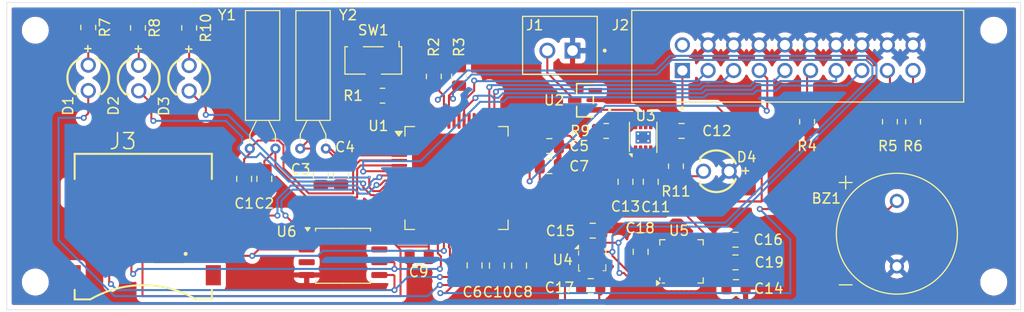
<source format=kicad_pcb>
(kicad_pcb (version 20240108) (generator "pcbnew") (generator_version "8.0")
  (layers (0 "F.Cu" signal) (31 "B.Cu" signal) (34 "B.Paste" user) (35 "F.Paste" user) (36 "B.SilkS" user "B.Silkscreen") (37 "F.SilkS" user "F.Silkscreen") (38 "B.Mask" user) (39 "F.Mask" user) (44 "Edge.Cuts" user))
  (net 0 "")
  (net 1 "Net-(U1-PH0)")
  (net 2 "GND")
  (net 3 "Net-(U1-PH1)")
  (net 4 "Net-(U1-PC14)")
  (net 5 "Net-(U1-PC15)")
  (net 6 "+3V3")
  (net 7 "Net-(U1-VCAP1)")
  (net 8 "VBUS")
  (net 9 "Net-(U3-CC)")
  (net 10 "Net-(U5-CPOUT)")
  (net 11 "Net-(U5-REGOUT)")
  (net 12 "JTDO_SWO")
  (net 13 "JTDI")
  (net 14 "Net-(J2-Pad19)")
  (net 15 "NRST")
  (net 16 "JTCK_SWCLK")
  (net 17 "Net-(J2-Pad17)")
  (net 18 "JTMS_SWDIO")
  (net 19 "Net-(J2-Pad11)")
  (net 20 "JTRST")
  (net 25 "SP1_SCK")
  (net 26 "SP1_MISO")
  (net 29 "CS_SD")
  (net 30 "SP1_MOSI")
  (net 31 "Net-(SW1-B)")
  (net 32 "Net-(U1-BOOT0)")
  (net 33 "+3.3V")
  (net 34 "PB7")
  (net 35 "PB6")
  (net 36 "Net-(U3-~{FAULT})")
  (net 38 "CS_FLASH")
  (net 41 "LED3")
  (net 47 "LED2")
  (net 58 "LED1")
  (net 97 "Net-(D4-A)")
  (net 98 "BUZZ")
  (net 101 "Net-(D1-K)")
  (net 102 "Net-(D2-K)")
  (net 103 "Net-(D3-K)")
  (footprint "Capacitor_SMD:C_0805_2012Metric" (layer "F.Cu") (at 147.25 140.37 90)
    (property "Reference" "C10")
    (property "Value" "10nF" (hide yes))
  )
  (footprint "Resistor_SMD:R_0805_2012Metric" (layer "F.Cu") (at 141 121.5875 90)
    (property "Reference" "R2")
    (property "Value" "10K" (hide yes))
  )
  (footprint "Capacitor_SMD:C_0805_2012Metric" (layer "F.Cu") (at 170.9 140.05)
    (property "Reference" "C19")
    (property "Value" "0.1uF" (hide yes))
  )
  (footprint "Capacitor_SMD:C_0805_2012Metric" (layer "F.Cu") (at 131.8 131.35 90)
    (property "Reference" "C4")
    (property "Value" "1.5pF" (hide yes))
  )
  (footprint "151031VS06000:WL-TMRC_3MM" (layer "F.Cu") (at 169 131 180)
    (property "Reference" "D4")
    (property "Value" "LED" (hide yes))
  )
  (footprint "Resistor_SMD:R_0805_2012Metric_Pad1.20x1.40mm_HandSolder" (layer "F.Cu") (at 111.675 116.77 -90)
    (property "Reference" "R8")
    (property "Value" "100Ω" (hide yes))
  )
  (footprint "Capacitor_SMD:C_0805_2012Metric" (layer "F.Cu") (at 160 132.05 -90)
    (property "Reference" "C13")
    (property "Value" "2.2uF" (hide yes))
  )
  (footprint "MountingHole:MountingHole_2.2mm_M2" (layer "F.Cu") (at 196.5 117)
    (property "Reference" "REF**" (hide yes))
    (property "Value" "MountingHole_2.2mm_M2" (hide yes))
  )
  (footprint "Sensor_Motion:InvenSense_QFN-24_4x4mm_P0.5mm" (layer "F.Cu") (at 165.55 139.95 90)
    (property "Reference" "U5")
    (property "Value" "MPU-6050" (hide yes))
  )
  (footprint "Resistor_SMD:R_0805_2012Metric_Pad1.20x1.40mm_HandSolder" (layer "F.Cu") (at 106.75 116.73 -90)
    (property "Reference" "R7")
    (property "Value" "100Ω" (hide yes))
  )
  (footprint "Resistor_SMD:R_0805_2012Metric_Pad1.20x1.40mm_HandSolder" (layer "F.Cu") (at 165 130.5 -90)
    (property "Reference" "R11")
    (property "Value" "100Ω" (hide yes))
  )
  (footprint "Crystal:Crystal_AT310_D3.0mm_L10.0mm_Horizontal" (layer "F.Cu") (at 130.3 128.75 180)
    (property "Reference" "Y2")
    (property "Value" "32 Khz" (hide yes))
  )
  (footprint "Resistor_SMD:R_0805_2012Metric" (layer "F.Cu") (at 143.5 121.5875 90)
    (property "Reference" "R3")
    (property "Value" "10k" (hide yes))
  )
  (footprint "Capacitor_SMD:C_0805_2012Metric" (layer "F.Cu") (at 124.2 131.75 90)
    (property "Reference" "C2")
    (property "Value" "20pF" (hide yes))
  )
  (footprint "Capacitor_SMD:C_0805_2012Metric" (layer "F.Cu") (at 122.2 131.75 90)
    (property "Reference" "C1")
    (property "Value" "20pF" (hide yes))
  )
  (footprint "AT_1224_TWT_5V_2_R:XDCR_AT-1224-TWT-5V-2-R" (layer "F.Cu") (at 186.9 137.2)
    (property "Reference" "BZ1")
    (property "Value" "Buzzer")
  )
  (footprint "Capacitor_SMD:C_0805_2012Metric" (layer "F.Cu") (at 170.9 137.8)
    (property "Reference" "C16")
    (property "Value" "0.1uF" (hide yes))
  )
  (footprint "MEM2067_02_180_00_A:GCT_MEM2067-02-180-00-A_REVB" (layer "F.Cu") (at 112.2 136.5)
    (property "Reference" "J3")
    (property "Value" "MEM2067-02-180-00-A_REVB" (hide yes))
  )
  (footprint "Crystal:Crystal_AT310_D3.0mm_L10.0mm_Horizontal" (layer "F.Cu") (at 125.3 128.75 180)
    (property "Reference" "Y1")
    (property "Value" "25 Mhz" (hide yes))
  )
  (footprint "Package_LGA:Bosch_LGA-8_2x2.5mm_P0.65mm_ClockwisePinNumbering" (layer "F.Cu") (at 156.7 139.8)
    (property "Reference" "U4")
    (property "Value" "BMP280" (hide yes))
  )
  (footprint "Capacitor_SMD:C_0805_2012Metric" (layer "F.Cu") (at 152.45 130.5 180)
    (property "Reference" "C7")
    (property "Value" "100 nF" (hide yes))
  )
  (footprint "Button_Switch_SMD:Nidec_Copal_CAS-120A" (layer "F.Cu") (at 135 120 -90)
    (property "Reference" "SW1")
    (property "Value" "SW_Nidec_CAS-120A1" (hide yes))
  )
  (footprint "Package_SON:WSON-8-1EP_3x2.5mm_P0.5mm_EP1.2x1.5mm_PullBack_ThermalVias" (layer "F.Cu") (at 161.75 127.6375 90)
    (property "Reference" "U3")
    (property "Value" "LP3982ILD-3.3" (hide yes))
  )
  (footprint "SBH11_PBPC_D10_ST_BK:SULLINS_SBH11-PBPC-D10-ST-BK" (layer "F.Cu") (at 177.07 119.73)
    (property "Reference" "J2")
    (property "Value" "SBH11-PBPC-D10-ST-BK" (hide yes))
  )
  (footprint "151031VS06000:WL-TMRC_3MM" (layer "F.Cu") (at 106.75 121.73 -90)
    (property "Reference" "D1")
    (property "Value" "LED" (hide yes))
  )
  (footprint "Capacitor_SMD:C_0805_2012Metric" (layer "F.Cu") (at 156.55 142.4)
    (property "Reference" "C17")
    (property "Value" "100nf" (hide yes))
  )
  (footprint "Package_QFP:LQFP-64_10x10mm_P0.5mm" (layer "F.Cu") (at 143.25 131.675)
    (property "Reference" "U1")
    (property "Value" "STM32F401RETx")
  )
  (footprint "Capacitor_SMD:C_0805_2012Metric" (layer "F.Cu") (at 149.45 140.37 90)
    (property "Reference" "C8")
    (property "Value" "100 nF" (hide yes))
  )
  (footprint "Capacitor_SMD:C_0805_2012Metric" (layer "F.Cu") (at 139.55 139.5)
    (property "Reference" "C9")
    (property "Value" "100 nF" (hide yes))
  )
  (footprint "Capacitor_SMD:C_0805_2012Metric" (layer "F.Cu") (at 156.75 136.9 180)
    (property "Reference" "C15")
    (property "Value" "100nf" (hide yes))
  )
  (footprint "Resistor_SMD:R_0805_2012Metric" (layer "F.Cu") (at 135.9125 123.5)
    (property "Reference" "R1")
    (property "Value" "10k" (hide yes))
  )
  (footprint "Capacitor_SMD:C_0805_2012Metric" (layer "F.Cu") (at 145.04 140.35 90)
    (property "Reference" "C6")
    (property "Value" "2.2uF" (hide yes))
  )
  (footprint "151031VS06000:WL-TMRC_3MM" (layer "F.Cu") (at 111.75 121.75 -90)
    (property "Reference" "D2")
    (property "Value" "LED" (hide yes))
  )
  (footprint "Resistor_SMD:R_0805_2012Metric" (layer "F.Cu") (at 188.5 126.0875 90)
    (property "Reference" "R6")
    (property "Value" "10K" (hide yes))
  )
  (footprint "Capacitor_SMD:C_0805_2012Metric" (layer "F.Cu") (at 152.45 128.5 180)
    (property "Reference" "C5")
    (property "Value" "100 nF" (hide yes))
  )
  (footprint "MountingHole:MountingHole_2.2mm_M2" (layer "F.Cu") (at 101.5 142)
    (property "Reference" "REF**" (hide yes))
    (property "Value" "MountingHole_2.2mm_M2" (hide yes))
  )
  (footprint "B2B_XH_A:JST_B2B-XH-A" (layer "F.Cu") (at 153.5 118.5)
    (property "Reference" "J1")
    (property "Value" "B2B-XH-A" (hide yes))
  )
  (footprint "Capacitor_SMD:C_0805_2012Metric" (layer "F.Cu") (at 165.55 127)
    (property "Reference" "C12")
    (property "Value" "33nF" (hide yes))
  )
  (footprint "MountingHole:MountingHole_2.2mm_M2" (layer "F.Cu") (at 101.5 117)
    (property "Reference" "REF**" (hide yes))
    (property "Value" "MountingHole_2.2mm_M2" (hide yes))
  )
  (footprint "Package_SO:SOIC-8_5.23x5.23mm_P1.27mm" (layer "F.Cu") (at 132 139.395)
    (property "Reference" "U6")
    (property "Value" "W25Q16JVSS" (hide yes))
  )
  (footprint "Resistor_SMD:R_0805_2012Metric" (layer "F.Cu") (at 186.21 126.0875 90)
    (property "Reference" "R5")
    (property "Value" "10K" (hide yes))
  )
  (footprint "151031VS06000:WL-TMRC_3MM" (layer "F.Cu") (at 116.75 121.77 -90)
    (property "Reference" "D3")
    (property "Value" "LED" (hide yes))
  )
  (footprint "Capacitor_SMD:C_0805_2012Metric" (layer "F.Cu") (at 129.8 131.4 90)
    (property "Reference" "C3")
    (property "Value" "1.5pF" (hide yes))
  )
  (footprint "Capacitor_SMD:C_0805_2012Metric" (layer "F.Cu") (at 170.95 142.5 180)
    (property "Reference" "C14")
    (property "Value" "10nF" (hide yes))
  )
  (footprint "Resistor_SMD:R_0805_2012Metric" (layer "F.Cu") (at 158.0875 127 180)
    (property "Reference" "R9")
    (property "Value" "100k" (hide yes))
  )
  (footprint "Resistor_SMD:R_0805_2012Metric" (layer "F.Cu") (at 178 126.0875 90)
    (property "Reference" "R4")
    (property "Value" "10K" (hide yes))
  )
  (footprint "footprints:SOT-23-3_1P4X3P040_ONS" (layer "F.Cu") (at 155.984 123.9525 90)
    (property "Reference" "U2")
    (property "Value" "BAT54LT1G")
  )
  (footprint "Capacitor_SMD:C_0805_2012Metric" (layer "F.Cu") (at 162.5 132.05 -90)
    (property "Reference" "C11")
    (property "Value" "2.2uF" (hide yes))
  )
  (footprint "MountingHole:MountingHole_2.2mm_M2" (layer "F.Cu") (at 196.5 142)
    (property "Reference" "REF**" (hide yes))
    (property "Value" "MountingHole_2.2mm_M2" (hide yes))
  )
  (footprint "Resistor_SMD:R_0805_2012Metric_Pad1.20x1.40mm_HandSolder" (layer "F.Cu") (at 116.75 116.77 -90)
    (property "Reference" "R10")
    (property "Value" "100Ω" (hide yes))
  )
  (footprint "Capacitor_SMD:C_0805_2012Metric" (layer "F.Cu") (at 161.5 139 -90)
    (property "Reference" "C18")
    (property "Value" "2.2nF" (hide yes))
  )
  (gr_rect (start 98.675 114.25) (end 199.175 144.75) (stroke (width 0.05)) (fill none) (layer "Edge.Cuts"))
  (segment (start 122.76 128.75) (end 123.56 127.95) (width 0.2) (layer "F.Cu") (net 1))
  (segment (start 133.685785 129.925) (end 137.575 129.925) (width 0.2) (layer "F.Cu") (net 1))
  (segment (start 128.6 133.2) (end 133 133.2) (width 0.2) (layer "F.Cu") (net 1))
  (segment (start 122.2 129.8) (end 122.76 129.24) (width 0.2) (layer "F.Cu") (net 1))
  (segment (start 133 130.610786) (end 133.2 130.410785) (width 0.2) (layer "F.Cu") (net 1))
  (segment (start 126.1 130.7) (end 128.6 133.2) (width 0.2) (layer "F.Cu") (net 1))
  (segment (start 126.1 128.418629) (end 126.1 130.7) (width 0.2) (layer "F.Cu") (net 1))
  (segment (start 122.76 129.24) (end 122.76 128.75) (width 0.2) (layer "F.Cu") (net 1))
  (segment (start 133 133.2) (end 133 130.610786) (width 0.2) (layer "F.Cu") (net 1))
  (segment (start 123.56 127.95) (end 125.631371 127.95) (width 0.2) (layer "F.Cu") (net 1))
  (segment (start 125.631371 127.95) (end 126.1 128.418629) (width 0.2) (layer "F.Cu") (net 1))
  (segment (start 122.2 130.8) (end 122.2 129.8) (width 0.2) (layer "F.Cu") (net 1))
  (segment (start 133.2 130.410785) (end 133.685785 129.925) (width 0.2) (layer "F.Cu") (net 1))
  (segment (start 125.3 128.9) (end 125.3 128.75) (width 0.2) (layer "F.Cu") (net 3))
  (segment (start 133.751471 130.425) (end 137.575 130.425) (width 0.2) (layer "F.Cu") (net 3))
  (segment (start 133.4 130.776471) (end 133.751471 130.425) (width 0.2) (layer "F.Cu") (net 3))
  (segment (start 124.2 130) (end 125.3 128.9) (width 0.2) (layer "F.Cu") (net 3))
  (segment (start 125.3 128.75) (end 125.3 130.465686) (width 0.2) (layer "F.Cu") (net 3))
  (segment (start 124.2 130.8) (end 124.2 130) (width 0.2) (layer "F.Cu") (net 3))
  (segment (start 125.3 130.465686) (end 128.434314 133.6) (width 0.2) (layer "F.Cu") (net 3))
  (segment (start 128.434314 133.6) (end 133.4 133.6) (width 0.2) (layer "F.Cu") (net 3))
  (segment (start 133.4 133.6) (end 133.4 130.776471) (width 0.2) (layer "F.Cu") (net 3))
  (segment (start 127.76 128.75) (end 129.01 127.5) (width 0.2) (layer "F.Cu") (net 4))
  (segment (start 135.34259 127.5) (end 136.76759 128.925) (width 0.2) (layer "F.Cu") (net 4))
  (segment (start 129.8 129.8) (end 128.75 128.75) (width 0.2) (layer "F.Cu") (net 4))
  (segment (start 128.75 128.75) (end 127.76 128.75) (width 0.2) (layer "F.Cu") (net 4))
  (segment (start 129.01 127.5) (end 135.34259 127.5) (width 0.2) (layer "F.Cu") (net 4))
  (segment (start 136.76759 128.925) (end 137.575 128.925) (width 0.2) (layer "F.Cu") (net 4))
  (segment (start 129.8 130.45) (end 129.8 129.8) (width 0.2) (layer "F.Cu") (net 4))
  (segment (start 130.975 129.425) (end 137.575 129.425) (width 0.2) (layer "F.Cu") (net 5))
  (segment (start 131.8 129.825) (end 130.725 128.75) (width 0.2) (layer "F.Cu") (net 5))
  (segment (start 130.3 128.75) (end 130.975 129.425) (width 0.2) (layer "F.Cu") (net 5))
  (segment (start 131.8 130.4) (end 131.8 129.825) (width 0.2) (layer "F.Cu") (net 5))
  (segment (start 130.725 128.75) (end 130.3 128.75) (width 0.2) (layer "F.Cu") (net 5))
  (segment (start 165.64 124.5) (end 169 124.5) (width 0.2) (layer "F.Cu") (net 6))
  (segment (start 151.5 130.5) (end 151.5 128.5) (width 0.2) (layer "F.Cu") (net 6))
  (segment (start 150 137.5) (end 150 138.87) (width 0.2) (layer "F.Cu") (net 6))
  (segment (start 152.525 127.475) (end 151.5 128.5) (width 0.2) (layer "F.Cu") (net 6))
  (segment (start 147 139.17) (end 147 137.35) (width 0.2) (layer "F.Cu") (net 6))
  (segment (start 157.4 143.7) (end 157.4 143.2) (width 0.2) (layer "F.Cu") (net 6))
  (segment (start 161 128.775) (end 161 130.1) (width 0.2) (layer "F.Cu") (net 6))
  (segment (start 136.399999 137.495) (end 135.6 137.495) (width 0.2) (layer "F.Cu") (net 6))
  (segment (start 137.7 138.795001) (end 137.7 143.4) (width 0.2) (layer "F.Cu") (net 6))
  (segment (start 147.25 139.42) (end 147 139.17) (width 0.2) (layer "F.Cu") (net 6))
  (segment (start 158 134.4) (end 158 128.775) (width 0.2) (layer "F.Cu") (net 6))
  (segment (start 158 135.5) (end 158 134.4) (width 0.2) (layer "F.Cu") (net 6))
  (segment (start 158 134.4) (end 158 134.7) (width 0.2) (layer "F.Cu") (net 6))
  (segment (start 112.125 143.4) (end 112.125 139.125) (width 0.2) (layer "F.Cu") (net 6))
  (segment (start 164.4 135.1) (end 165.75 135.1) (width 0.2) (layer "F.Cu") (net 6))
  (segment (start 162.5 128.775) (end 163.225 129.5) (width 0.2) (layer "F.Cu") (net 6))
  (segment (start 154.475 127.475) (end 152.525 127.475) (width 0.2) (layer "F.Cu") (net 6))
  (segment (start 140.475 138.475) (end 137.379999 138.475) (width 0.2) (layer "F.Cu") (net 6))
  (segment (start 173.5 129) (end 173.5 134) (width 0.2) (layer "F.Cu") (net 6))
  (segment (start 151.5 128.5) (end 151.25 128.25) (width 0.2) (layer "F.Cu") (net 6))
  (segment (start 161 128.775) (end 158.95 128.775) (width 0.2) (layer "F.Cu") (net 6))
  (segment (start 165.5 134) (end 164.4 135.1) (width 0.2) (layer "F.Cu") (net 6))
  (segment (start 151.5 136) (end 150 137.5) (width 0.2) (layer "F.Cu") (net 6))
  (segment (start 161 130.1) (end 160 131.1) (width 0.2) (layer "F.Cu") (net 6))
  (segment (start 157.3 143.8) (end 157.4 143.7) (width 0.2) (layer "F.Cu") (net 6))
  (segment (start 169 124.5) (end 173.5 129) (width 0.2) (layer "F.Cu") (net 6))
  (segment (start 155.775 128.775) (end 154.475 127.475) (width 0.2) (layer "F.Cu") (net 6))
  (segment (start 155.8 136.9) (end 156.375 137.475) (width 0.2) (layer "F.Cu") (net 6))
  (segment (start 164 135.5) (end 158 135.5) (width 0.2) (layer "F.Cu") (net 6))
  (segment (start 150.925 127.925) (end 150.5 127.925) (width 0.2) (layer "F.Cu") (net 6))
  (segment (start 151.5 130.5) (end 151.5 136) (width 0.2) (layer "F.Cu") (net 6))
  (segment (start 147 137.59) (end 147 137.35) (width 0.2) (layer "F.Cu") (net 6))
  (segment (start 140.5 138.5) (end 140.5 137.35) (width 0.2) (layer "F.Cu") (net 6))
  (segment (start 149.45 139.42) (end 147.38 137.35) (width 0.2) (layer "F.Cu") (net 6))
  (segment (start 149.45 139.42) (end 147.25 139.42) (width 0.2) (layer "F.Cu") (net 6))
  (segment (start 157.7 135) (end 157.5 135.2) (width 0.2) (layer "F.Cu") (net 6))
  (segment (start 158 128.775) (end 155.775 128.775) (width 0.2) (layer "F.Cu") (net 6))
  (segment (start 154 135.4) (end 154 143.8) (width 0.2) (layer "F.Cu") (net 6))
  (segment (start 173.5 134) (end 165.5 134) (width 0.22) (layer "F.Cu") (net 6))
  (segment (start 154.2 135.2) (end 154 135.4) (width 0.2) (layer "F.Cu") (net 6))
  (segment (start 147.38 137.35) (end 147 137.35) (width 0.2) (layer "F.Cu") (net 6))
  (segment (start 170 142.5) (end 168.2 140.7) (width 0.2) (layer "F.Cu") (net 6))
  (segment (start 156.375 137.475) (end 156.375 139) (width 0.2) (layer "F.Cu") (net 6))
  (segment (start 165.75 135.1) (end 168.45 137.8) (width 0.2) (layer "F.Cu") (net 6))
  (segment (start 157.5 135.2) (end 154.2 135.2) (width 0.2) (layer "F.Cu") (net 6))
  (segment (start 137.379999 138.475) (end 136.399999 137.495) (width 0.2) (layer "F.Cu") (net 6))
  (segment (start 157.5 143.1) (end 157.5 142.4) (width 0.5) (layer "F.Cu") (net 6))
  (segment (start 158.95 128.775) (end 158 128.775) (width 0.2) (layer "F.Cu") (net 6))
  (segment (start 163.225 129.5) (end 165 129.5) (width 0.2) (layer "F.Cu") (net 6))
  (segment (start 140.5 139.5) (end 140.5 138.5) (width 0.2) (layer "F.Cu") (net 6))
  (segment (start 150 138.87) (end 149.45 139.42) (width 0.2) (layer "F.Cu") (net 6))
  (segment (start 168.2 140.7) (end 167.5 140.7) (width 0.2) (layer "F.Cu") (net 6))
  (segment (start 151.5 128.5) (end 150.925 127.925) (width 0.2) (layer "F.Cu") (net 6))
  (segment (start 158.95 128.775) (end 157.175 127) (width 0.2) (layer "F.Cu") (net 6))
  (segment (start 137.7 143.4) (end 112.125 143.4) (width 0.2) (layer "F.Cu") (net 6))
  (segment (start 154 143.8) (end 157.3 143.8) (width 0.2) (layer "F.Cu") (net 6))
  (segment (start 167 137.8) (end 169.95 137.8) (width 0.2) (layer "F.Cu") (net 6))
  (segment (start 150.5 127.925) (end 148.925 127.925) (width 0.2) (layer "F.Cu") (net 6))
  (segment (start 157.4 143.2) (end 157.5 143.1) (width 0.2) (layer "F.Cu") (net 6))
  (segment (start 158 134.7) (end 157.7 135) (width 0.2) (layer "F.Cu") (net 6))
  (segment (start 140.5 138.5) (end 140.475 138.475) (width 0.2) (layer "F.Cu") (net 6))
  (segment (start 165.64 121) (end 165.64 124.5) (width 0.2) (layer "F.Cu") (net 6))
  (segment (start 137.379999 138.475) (end 137.7 138.795001) (width 0.2) (layer "F.Cu") (net 6))
  (segment (start 157.7 135) (end 155.8 136.9) (width 0.2) (layer "F.Cu") (net 6))
  (segment (start 164.4 135.1) (end 164 135.5) (width 0.2) (layer "F.Cu") (net 6))
  (segment (start 166.8 138) (end 167 137.8) (width 0.2) (layer "F.Cu") (net 6))
  (segment (start 145.03 139.41) (end 146 138.44) (width 0.2) (layer "F.Cu") (net 7))
  (segment (start 146 138.44) (end 146 137.35) (width 0.2) (layer "F.Cu") (net 7))
  (segment (start 160.755 124.905) (end 161.5 125.65) (width 0.2) (layer "F.Cu") (net 8))
  (segment (start 152.25 121.2345) (end 154.968 123.9525) (width 0.2) (layer "F.Cu") (net 8))
  (segment (start 161.5 130.1) (end 162.5 131.1) (width 0.2) (layer "F.Cu") (net 8))
  (segment (start 157 124.905) (end 160.755 124.905) (width 0.2) (layer "F.Cu") (net 8))
  (segment (start 152.25 119.025) (end 152.25 121.2345) (width 0.2) (layer "F.Cu") (net 8))
  (segment (start 161.5 128.775) (end 161.5 130.1) (width 0.2) (layer "F.Cu") (net 8))
  (segment (start 161.5 125.65) (end 161.5 126.5) (width 0.2) (layer "F.Cu") (net 8))
  (segment (start 163.03 125.43) (end 164.6 127) (width 0.2) (layer "F.Cu") (net 9))
  (segment (start 162 126) (end 162.57 125.43) (width 0.2) (layer "F.Cu") (net 9))
  (segment (start 162 126.5) (end 162 126) (width 0.2) (layer "F.Cu") (net 9))
  (segment (start 162.57 125.43) (end 163.03 125.43) (width 0.2) (layer "F.Cu") (net 9))
  (segment (start 161.5 139.95) (end 162.25 139.2) (width 0.2) (layer "F.Cu") (net 10))
  (segment (start 162.25 139.2) (end 163.6 139.2) (width 0.2) (layer "F.Cu") (net 10))
  (segment (start 169.6 139.7) (end 167.5 139.7) (width 0.2) (layer "F.Cu") (net 11))
  (segment (start 169.95 140.05) (end 169.6 139.7) (width 0.2) (layer "F.Cu") (net 11))
  (segment (start 145.124265 123.724265) (end 144 124.84853) (width 0.2) (layer "F.Cu") (net 12))
  (segment (start 144 124.84853) (end 144 126) (width 0.2) (layer "F.Cu") (net 12))
  (via (at 145.124265 123.724265) (size 0.6) (drill 0.3) (layers "F.Cu" "B.Cu") (net 12))
  (segment (start 180.88 121) (end 180.88 122.054) (width 0.2) (layer "B.Cu") (net 12))
  (segment (start 180.88 122.054) (end 175.311686 122.054) (width 0.2) (layer "B.Cu") (net 12))
  (segment (start 174.911686 122.454) (end 172.989104 122.454) (width 0.2) (layer "B.Cu") (net 12))
  (segment (start 167.954215 122.922843) (end 167.623058 123.254) (width 0.2) (layer "B.Cu") (net 12))
  (segment (start 146.909322 123.709233) (end 146.700089 123.5) (width 0.2) (layer "B.Cu") (net 12))
  (segment (start 145.34853 123.5) (end 145.124265 123.724265) (width 0.2) (layer "B.Cu") (net 12))
  (segment (start 172.520261 122.922843) (end 167.954215 122.922843) (width 0.2) (layer "B.Cu") (net 12))
  (segment (start 146.700089 123.5) (end 145.34853 123.5) (width 0.2) (layer "B.Cu") (net 12))
  (segment (start 167.623058 123.254) (end 147.861613 123.254) (width 0.2) (layer "B.Cu") (net 12))
  (segment (start 172.989104 122.454) (end 172.520261 122.922843) (width 0.2) (layer "B.Cu") (net 12))
  (segment (start 175.311686 122.054) (end 174.911686 122.454) (width 0.2) (layer "B.Cu") (net 12))
  (segment (start 147.40638 123.709233) (end 146.909322 123.709233) (width 0.2) (layer "B.Cu") (net 12))
  (segment (start 147.861613 123.254) (end 147.40638 123.709233) (width 0.2) (layer "B.Cu") (net 12))
  (segment (start 146.5 122.654) (end 146.5 126) (width 0.2) (layer "F.Cu") (net 13))
  (via (at 146.5 122.654) (size 0.6) (drill 0.3) (layers "F.Cu" "B.Cu") (net 13))
  (segment (start 146.7 122.454) (end 146.5 122.654) (width 0.2) (layer "B.Cu") (net 13))
  (segment (start 169.597157 122.122843) (end 167.622843 122.122843) (width 0.2) (layer "B.Cu") (net 13))
  (segment (start 167.622843 122.122843) (end 167.291686 122.454) (width 0.2) (layer "B.Cu") (net 13))
  (segment (start 167.291686 122.454) (end 146.7 122.454) (width 0.2) (layer "B.Cu") (net 13))
  (segment (start 170.72 121) (end 169.597157 122.122843) (width 0.2) (layer "B.Cu") (net 13))
  (segment (start 188.5 125.175) (end 188.5 121) (width 0.2) (layer "F.Cu") (net 14))
  (segment (start 134 131.025) (end 134.025 131) (width 0.2) (layer "F.Cu") (net 15))
  (segment (start 136.69259 131) (end 136.76759 130.925) (width 0.2) (layer "F.Cu") (net 15))
  (segment (start 136.76759 130.925) (end 137.575 130.925) (width 0.2) (layer "F.Cu") (net 15))
  (segment (start 134.025 131) (end 136.69259 131) (width 0.2) (layer "F.Cu") (net 15))
  (via (at 134 131.025) (size 0.6) (drill 0.3) (layers "F.Cu" "B.Cu") (net 15))
  (segment (start 145.609232 124.109233) (end 145.598529 124.09853) (width 0.2) (layer "B.Cu") (net 15))
  (segment (start 175.431372 122.5) (end 174.926977 123.004395) (width 0.2) (layer "B.Cu") (net 15))
  (segment (start 134 130) (end 134 131.025) (width 0.2) (layer "B.Cu") (net 15))
  (segment (start 145.598529 124.09853) (end 139.697059 130) (width 0.2) (layer "B.Cu") (net 15))
  (segment (start 139.697059 130) (end 134 130) (width 0.2) (layer "B.Cu") (net 15))
  (segment (start 175.5 122.5) (end 175.431372 122.5) (width 0.2) (layer "B.Cu") (net 15))
  (segment (start 147.890767 124.109233) (end 145.609232 124.109233) (width 0.2) (layer "B.Cu") (net 15))
  (segment (start 174.926977 123.004395) (end 173.004395 123.004395) (width 0.2) (layer "B.Cu") (net 15))
  (segment (start 183.42 121) (end 181.92 122.5) (width 0.2) (layer "B.Cu") (net 15))
  (segment (start 173.004395 123.004395) (end 172.685947 123.322843) (width 0.2) (layer "B.Cu") (net 15))
  (segment (start 172.685947 123.322843) (end 168.177157 123.322843) (width 0.2) (layer "B.Cu") (net 15))
  (segment (start 148.346 123.654) (end 147.890767 124.109233) (width 0.2) (layer "B.Cu") (net 15))
  (segment (start 167.788744 123.654) (end 148.5 123.654) (width 0.2) (layer "B.Cu") (net 15))
  (segment (start 168.177157 123.322843) (end 168 123.5) (width 0.2) (layer "B.Cu") (net 15))
  (segment (start 148.5 123.654) (end 148.346 123.654) (width 0.2) (layer "B.Cu") (net 15))
  (segment (start 168 123.5) (end 167.942744 123.5) (width 0.2) (layer "B.Cu") (net 15))
  (segment (start 167.942744 123.5) (end 167.788744 123.654) (width 0.2) (layer "B.Cu") (net 15))
  (segment (start 181.92 122.5) (end 175.5 122.5) (width 0.2) (layer "B.Cu") (net 15))
  (segment (start 147 123.267084) (end 147 126) (width 0.2) (layer "F.Cu") (net 16))
  (segment (start 147.157851 123.109233) (end 147 123.267084) (width 0.2) (layer "F.Cu") (net 16))
  (via (at 147.157851 123.109233) (size 0.6) (drill 0.3) (layers "F.Cu" "B.Cu") (net 16))
  (segment (start 167.457372 122.854) (end 147.413084 122.854) (width 0.2) (layer "B.Cu") (net 16))
  (segment (start 167.788529 122.522843) (end 167.457372 122.854) (width 0.2) (layer "B.Cu") (net 16))
  (segment (start 172.823418 122.054) (end 172.354575 122.522843) (width 0.2) (layer "B.Cu") (net 16))
  (segment (start 174.746 122.054) (end 172.823418 122.054) (width 0.2) (layer "B.Cu") (net 16))
  (segment (start 175.8 121) (end 174.746 122.054) (width 0.2) (layer "B.Cu") (net 16))
  (segment (start 147.413084 122.854) (end 147.157851 123.109233) (width 0.2) (layer "B.Cu") (net 16))
  (segment (start 172.354575 122.522843) (end 167.788529 122.522843) (width 0.2) (layer "B.Cu") (net 16))
  (segment (start 186.21 125.175) (end 186.21 121.25) (width 0.2) (layer "F.Cu") (net 17))
  (segment (start 186.21 121.25) (end 185.96 121) (width 0.2) (layer "F.Cu") (net 17))
  (segment (start 174.05 121.79) (end 174.05 124.95) (width 0.2) (layer "F.Cu") (net 18))
  (segment (start 150.5 129.69259) (end 149.73241 128.925) (width 0.2) (layer "F.Cu") (net 18))
  (segment (start 173.26 121) (end 174.05 121.79) (width 0.2) (layer "F.Cu") (net 18))
  (segment (start 150.5 132) (end 150.5 129.69259) (width 0.2) (layer "F.Cu") (net 18))
  (segment (start 174.05 124.95) (end 174 125) (width 0.2) (layer "F.Cu") (net 18))
  (segment (start 149.73241 128.925) (end 148.925 128.925) (width 0.2) (layer "F.Cu") (net 18))
  (via (at 174 125) (size 0.6) (drill 0.3) (layers "F.Cu" "B.Cu") (net 18))
  (via (at 150.5 132) (size 0.6) (drill 0.3) (layers "F.Cu" "B.Cu") (net 18))
  (segment (start 158 124.5) (end 150.5 132) (width 0.2) (layer "B.Cu") (net 18))
  (segment (start 173.5 124.5) (end 158 124.5) (width 0.2) (layer "B.Cu") (net 18))
  (segment (start 174 125) (end 173.5 124.5) (width 0.2) (layer "B.Cu") (net 18))
  (segment (start 178 125.175) (end 178 121.34) (width 0.2) (layer "F.Cu") (net 19))
  (segment (start 178 121.34) (end 178.34 121) (width 0.2) (layer "F.Cu") (net 19))
  (segment (start 145 123) (end 143.5 124.5) (width 0.2) (layer "F.Cu") (net 20))
  (segment (start 145 122) (end 145 123) (width 0.2) (layer "F.Cu") (net 20))
  (segment (start 143.5 124.5) (end 143.5 126) (width 0.2) (layer "F.Cu") (net 20))
  (via (at 145 122) (size 0.6) (drill 0.3) (layers "F.Cu" "B.Cu") (net 20))
  (segment (start 168.18 121) (end 167.126 122.054) (width 0.2) (layer "B.Cu") (net 20))
  (segment (start 167.126 122.054) (end 145.054 122.054) (width 0.2) (layer "B.Cu") (net 20))
  (segment (start 145.054 122.054) (end 145 122) (width 0.2) (layer "B.Cu") (net 20))
  (segment (start 141.7 139.448529) (end 141.7 140.6) (width 0.2) (layer "F.Cu") (net 25))
  (segment (start 141.5 137.35) (end 141.5 138.15741) (width 0.2) (layer "F.Cu") (net 25))
  (segment (start 141.5 138.15741) (end 141.4 138.25741) (width 0.2) (layer "F.Cu") (net 25))
  (segment (start 141.7 140.6) (end 141.6 140.7) (width 0.2) (layer "F.Cu") (net 25))
  (segment (start 141.4 139.148529) (end 141.7 139.448529) (width 0.2) (layer "F.Cu") (net 25))
  (segment (start 137.1 140.7) (end 137.1 140.1) (width 0.2) (layer "F.Cu") (net 25))
  (segment (start 111.025 141.025) (end 111.025 139.125) (width 0.2) (layer "F.Cu") (net 25))
  (segment (start 141.4 138.25741) (end 141.4 139.148529) (width 0.2) (layer "F.Cu") (net 25))
  (segment (start 137.03 140.03) (end 135.6 140.03) (width 0.2) (layer "F.Cu") (net 25))
  (segment (start 111.2 141.2) (end 111.025 141.025) (width 0.2) (layer "F.Cu") (net 25))
  (segment (start 137.1 140.1) (end 137.03 140.03) (width 0.2) (layer "F.Cu") (net 25))
  (via (at 141.6 140.7) (size 0.6) (drill 0.3) (layers "F.Cu" "B.Cu") (net 25))
  (via blind (at 137.1 140.7) (size 0.6) (drill 0.3) (layers "F.Cu" "B.Cu") (net 25))
  (via (at 111.2 141.2) (size 0.6) (drill 0.3) (layers "F.Cu" "B.Cu") (net 25))
  (segment (start 141.6 140.7) (end 137.1 140.7) (width 0.2) (layer "B.Cu") (net 25))
  (segment (start 137.1 140.7) (end 111.7 140.7) (width 0.2) (layer "B.Cu") (net 25))
  (segment (start 111.7 140.7) (end 111.2 141.2) (width 0.2) (layer "B.Cu") (net 25))
  (segment (start 123.635 138.765) (end 128.4 138.765) (width 0.2) (layer "F.Cu") (net 26))
  (segment (start 113.225 139.925) (end 113.225 139.125) (width 0.2) (layer "F.Cu") (net 26))
  (segment (start 113.325 140.025) (end 113.225 139.925) (width 0.2) (layer "F.Cu") (net 26))
  (segment (start 116.125 140.025) (end 113.325 140.025) (width 0.2) (layer "F.Cu") (net 26))
  (segment (start 142 137.35) (end 142 138.9) (width 0.2) (layer "F.Cu") (net 26))
  (segment (start 123 139.4) (end 123.635 138.765) (width 0.2) (layer "F.Cu") (net 26))
  (segment (start 116.125 139.4) (end 116.125 140.025) (width 0.2) (layer "F.Cu") (net 26))
  (segment (start 123 139.4) (end 116.125 139.4) (width 0.2) (layer "F.Cu") (net 26))
  (via (at 123 139.4) (size 0.6) (drill 0.3) (layers "F.Cu" "B.Cu") (net 26))
  (via (at 142 138.9) (size 0.6) (drill 0.3) (layers "F.Cu" "B.Cu") (net 26))
  (segment (start 142 138.9) (end 130 138.9) (width 0.2) (layer "B.Cu") (net 26))
  (segment (start 129.5 139.4) (end 123 139.4) (width 0.2) (layer "B.Cu") (net 26))
  (segment (start 130 138.9) (end 129.5 139.4) (width 0.2) (layer "B.Cu") (net 26))
  (segment (start 117.25 135.4) (end 114.325 138.325) (width 0.2) (layer "F.Cu") (net 29))
  (segment (start 114.325 138.325) (end 114.325 139.125) (width 0.2) (layer "F.Cu") (net 29))
  (segment (start 136.74259 131.4) (end 136.76759 131.425) (width 0.2) (layer "F.Cu") (net 29))
  (segment (start 136.76759 131.425) (end 137.575 131.425) (width 0.2) (layer "F.Cu") (net 29))
  (segment (start 125.5 135.4) (end 117.25 135.4) (width 0.2) (layer "F.Cu") (net 29))
  (segment (start 137.575 131.425) (end 135.775 131.425) (width 0.2) (layer "F.Cu") (net 29))
  (segment (start 135.775 131.425) (end 135.6 131.6) (width 0.2) (layer "F.Cu") (net 29))
  (via (at 135.6 131.6) (size 0.6) (drill 0.3) (layers "F.Cu" "B.Cu") (net 29))
  (via (at 125.5 135.4) (size 0.6) (drill 0.3) (layers "F.Cu" "B.Cu") (net 29))
  (segment (start 125.5 135.4) (end 125.5 133.759315) (width 0.2) (layer "B.Cu") (net 29))
  (segment (start 134.719634 132.353895) (end 134.719634 132.122747) (width 0.2) (layer "B.Cu") (net 29))
  (segment (start 133.351471 132.425) (end 133.751471 132.825) (width 0.2) (layer "B.Cu") (net 29))
  (segment (start 134.719634 132.122747) (end 135.071105 131.771276) (width 0.2) (layer "B.Cu") (net 29))
  (segment (start 126.834315 132.425) (end 133.351471 132.425) (width 0.2) (layer "B.Cu") (net 29))
  (segment (start 135.071105 131.771276) (end 135.428724 131.771276) (width 0.2) (layer "B.Cu") (net 29))
  (segment (start 133.751471 132.825) (end 134.248529 132.825) (width 0.2) (layer "B.Cu") (net 29))
  (segment (start 134.248529 132.825) (end 134.719634 132.353895) (width 0.2) (layer "B.Cu") (net 29))
  (segment (start 125.5 133.759315) (end 126.834315 132.425) (width 0.2) (layer "B.Cu") (net 29))
  (segment (start 135.428724 131.771276) (end 135.6 131.6) (width 0.2) (layer "B.Cu") (net 29))
  (segment (start 137 141.3) (end 135.6 141.3) (width 0.2) (layer "F.Cu") (net 30))
  (segment (start 137.1 142.8) (end 137.1 141.4) (width 0.2) (layer "F.Cu") (net 30))
  (segment (start 109 142.2) (end 109.1 142.1) (width 0.2) (layer "F.Cu") (net 30))
  (segment (start 142.599997 141.500003) (end 141.6 141.500003) (width 0.2) (layer "F.Cu") (net 30))
  (segment (start 137.1 141.4) (end 137 141.3) (width 0.2) (layer "F.Cu") (net 30))
  (segment (start 142.6 138.651471) (end 142.6 141.5) (width 0.2) (layer "F.Cu") (net 30))
  (segment (start 142.5 138.551471) (end 142.6 138.651471) (width 0.2) (layer "F.Cu") (net 30))
  (segment (start 142.6 141.5) (end 142.599997 141.500003) (width 0.2) (layer "F.Cu") (net 30))
  (segment (start 142.5 137.35) (end 142.5 136.54259) (width 0.2) (layer "F.Cu") (net 30))
  (segment (start 109 142.2) (end 108.825 142.025) (width 0.2) (layer "F.Cu") (net 30))
  (segment (start 108.825 142.025) (end 108.825 139.125) (width 0.2) (layer "F.Cu") (net 30))
  (segment (start 142.5 136.54259) (end 142.5 138.551471) (width 0.2) (layer "F.Cu") (net 30))
  (via (at 109 142.2) (size 0.6) (drill 0.3) (layers "F.Cu" "B.Cu") (net 30))
  (via (at 137.1 142.8) (size 0.6) (drill 0.3) (layers "F.Cu" "B.Cu") (net 30))
  (via (at 141.6 141.500003) (size 0.6) (drill 0.3) (layers "F.Cu" "B.Cu") (net 30))
  (segment (start 141.648526 141.500003) (end 138.399997 141.500003) (width 0.2) (layer "B.Cu") (net 30))
  (segment (start 138.399997 141.500003) (end 137.1 142.8) (width 0.2) (layer "B.Cu") (net 30))
  (segment (start 137.1 142.8) (end 109.6 142.8) (width 0.2) (layer "B.Cu") (net 30))
  (segment (start 109.6 142.8) (end 109 142.2) (width 0.2) (layer "B.Cu") (net 30))
  (segment (start 141.6 141.500003) (end 141.648526 141.500003) (width 0.2) (layer "B.Cu") (net 30))
  (segment (start 135 121.15) (end 135 123.5) (width 0.2) (layer "F.Cu") (net 31))
  (segment (start 139.80741 123.5) (end 141.5 125.19259) (width 0.2) (layer "F.Cu") (net 32))
  (segment (start 136.825 123.5) (end 139.80741 123.5) (width 0.2) (layer "F.Cu") (net 32))
  (segment (start 141.5 125.19259) (end 141.5 126) (width 0.2) (layer "F.Cu") (net 32))
  (segment (start 136.75 118.85) (end 138.575 120.675) (width 0.2) (layer "F.Cu") (net 33))
  (segment (start 141 120.675) (end 143.5 120.675) (width 0.2) (layer "F.Cu") (net 33))
  (segment (start 138.575 120.675) (end 141 120.675) (width 0.2) (layer "F.Cu") (net 33))
  (segment (start 159.55 141.25) (end 159.4 141.1) (width 0.2) (layer "F.Cu") (net 34))
  (segment (start 159.834314 141.1) (end 160.084314 141.35) (width 0.2) (layer "F.Cu") (net 34))
  (segment (start 141.8 123.5) (end 141.4 123.9) (width 0.2) (layer "F.Cu") (net 34))
  (segment (start 159.3 138.1) (end 157.3 138.1) (width 0.2) (layer "F.Cu") (net 34))
  (segment (start 142 123.5) (end 142 126) (width 0.2) (layer "F.Cu") (net 34))
  (segment (start 159.4 141.1) (end 159.834314 141.1) (width 0.2) (layer "F.Cu") (net 34))
  (segment (start 163.45 141.35) (end 163.6 141.2) (width 0.2) (layer "F.Cu") (net 34))
  (segment (start 142 123.5) (end 141.8 123.5) (width 0.2) (layer "F.Cu") (net 34))
  (segment (start 157.3 138.1) (end 157.025 138.375) (width 0.2) (layer "F.Cu") (net 34))
  (segment (start 141 122.5) (end 142 123.5) (width 0.2) (layer "F.Cu") (net 34))
  (segment (start 160.084314 141.35) (end 163.45 141.35) (width 0.2) (layer "F.Cu") (net 34))
  (segment (start 157.025 138.375) (end 157.025 139) (width 0.2) (layer "F.Cu") (net 34))
  (via (at 159.3 138.1) (size 0.6) (drill 0.3) (layers "F.Cu" "B.Cu") (net 34))
  (via (at 141.4 123.9) (size 0.6) (drill 0.3) (layers "F.Cu" "B.Cu") (net 34))
  (via (at 159.4 141.1) (size 0.6) (drill 0.3) (layers "F.Cu" "B.Cu") (net 34))
  (segment (start 141.4 123.9) (end 144.3 121) (width 0.2) (layer "B.Cu") (net 34))
  (segment (start 160.165686 136.5) (end 160.132843 136.532843) (width 0.2) (layer "B.Cu") (net 34))
  (segment (start 184.022268 119.546) (end 184.874 120.397732) (width 0.2) (layer "B.Cu") (net 34))
  (segment (start 159.3 138.1) (end 159.3 141) (width 0.2) (layer "B.Cu") (net 34))
  (segment (start 169.734314 136.5) (end 160.165686 136.5) (width 0.2) (layer "B.Cu") (net 34))
  (segment (start 144.3 121) (end 162.966314 121) (width 0.2) (layer "B.Cu") (net 34))
  (segment (start 170.065686 136.5) (end 169.734314 136.5) (width 0.2) (layer "B.Cu") (net 34))
  (segment (start 164.420314 119.546) (end 184.022268 119.546) (width 0.2) (layer "B.Cu") (net 34))
  (segment (start 184.874 120.397732) (end 184.874 121.691686) (width 0.2) (layer "B.Cu") (net 34))
  (segment (start 159.3 141) (end 159.4 141.1) (width 0.2) (layer "B.Cu") (net 34))
  (segment (start 184.874 121.691686) (end 170.065686 136.5) (width 0.2) (layer "B.Cu") (net 34))
  (segment (start 160.132843 136.532843) (end 160.132843 137.267157) (width 0.2) (layer "B.Cu") (net 34))
  (segment (start 162.966314 121) (end 164.420314 119.546) (width 0.2) (layer "B.Cu") (net 34))
  (segment (start 160.132843 137.267157) (end 159.3 138.1) (width 0.2) (layer "B.Cu") (net 34))
  (segment (start 158.7 139.4) (end 160.25 140.95) (width 0.2) (layer "F.Cu") (net 35))
  (segment (start 143.5 122.5) (end 142.5 123.5) (width 0.2) (layer "F.Cu") (net 35))
  (segment (start 158.7 139) (end 158.7 139.3) (width 0.2) (layer "F.Cu") (net 35))
  (segment (start 160.25 140.95) (end 162.89259 140.95) (width 0.2) (layer "F.Cu") (net 35))
  (segment (start 142.5 123.5) (end 142.5 126) (width 0.2) (layer "F.Cu") (net 35))
  (segment (start 142.8 123.8) (end 142.9 123.8) (width 0.2) (layer "F.Cu") (net 35))
  (segment (start 163.14259 140.7) (end 163.6 140.7) (width 0.2) (layer "F.Cu") (net 35))
  (segment (start 142.5 123.5) (end 142.8 123.8) (width 0.2) (layer "F.Cu") (net 35))
  (segment (start 158.7 139) (end 157.675 139) (width 0.2) (layer "F.Cu") (net 35))
  (segment (start 158.7 139) (end 158.7 139.4) (width 0.2) (layer "F.Cu") (net 35))
  (segment (start 162.89259 140.95) (end 163.14259 140.7) (width 0.2) (layer "F.Cu") (net 35))
  (via (at 158.7 139) (size 0.6) (drill 0.3) (layers "F.Cu" "B.Cu") (net 35))
  (via (at 142.9 123.8) (size 0.6) (drill 0.3) (layers "F.Cu" "B.Cu") (net 35))
  (segment (start 184.474 120.563418) (end 184.474 121.526) (width 0.2) (layer "B.Cu") (net 35))
  (segment (start 183.856582 119.946) (end 184.474 120.563418) (width 0.2) (layer "B.Cu") (net 35))
  (segment (start 164.586 119.946) (end 183.856582 119.946) (width 0.2) (layer "B.Cu") (net 35))
  (segment (start 142.9 123.8) (end 142.9 123.251471) (width 0.2) (layer "B.Cu") (net 35))
  (segment (start 184.474 121.526) (end 169.9 136.1) (width 0.2) (layer "B.Cu") (net 35))
  (segment (start 144.751471 121.4) (end 163.132 121.4) (width 0.2) (layer "B.Cu") (net 35))
  (segment (start 169.9 136.1) (end 160 136.1) (width 0.2) (layer "B.Cu") (net 35))
  (segment (start 160 136.1) (end 158.7 137.4) (width 0.2) (layer "B.Cu") (net 35))
  (segment (start 142.9 123.251471) (end 144.751471 121.4) (width 0.2) (layer "B.Cu") (net 35))
  (segment (start 158.7 137.4) (end 158.7 139) (width 0.2) (layer "B.Cu") (net 35))
  (segment (start 163.132 121.4) (end 164.586 119.946) (width 0.2) (layer "B.Cu") (net 35))
  (segment (start 159 127) (end 160.5 127) (width 0.2) (layer "F.Cu") (net 36))
  (segment (start 160.5 127) (end 161 126.5) (width 0.2) (layer "F.Cu") (net 36))
  (segment (start 128.4 137.495) (end 126.305 135.4) (width 0.2) (layer "F.Cu") (net 38))
  (segment (start 136.123529 131.925) (end 135.677253 132.371276) (width 0.2) (layer "F.Cu") (net 38))
  (segment (start 135.677253 132.371276) (end 135.319634 132.371276) (width 0.2) (layer "F.Cu") (net 38))
  (segment (start 126.305 135.4) (end 126.300003 135.4) (width 0.2) (layer "F.Cu") (net 38))
  (segment (start 137.575 131.925) (end 136.123529 131.925) (width 0.2) (layer "F.Cu") (net 38))
  (via (at 126.300003 135.4) (size 0.6) (drill 0.3) (layers "F.Cu" "B.Cu") (net 38))
  (via (at 135.319634 132.371276) (size 0.6) (drill 0.3) (layers "F.Cu" "B.Cu") (net 38))
  (segment (start 126.300003 135.4) (end 126.1 135.199997) (width 0.2) (layer "B.Cu") (net 38))
  (segment (start 125.9 134.951471) (end 125.9 133.925001) (width 0.2) (layer "B.Cu") (net 38))
  (segment (start 126.1 135.151471) (end 125.9 134.951471) (width 0.2) (layer "B.Cu") (net 38))
  (segment (start 134.46591 133.225) (end 135.319634 132.371276) (width 0.2) (layer "B.Cu") (net 38))
  (segment (start 126.1 135.199997) (end 126.1 135.151471) (width 0.2) (layer "B.Cu") (net 38))
  (segment (start 133.585785 133.225) (end 134.46591 133.225) (width 0.2) (layer "B.Cu") (net 38))
  (segment (start 125.9 133.925001) (end 127.000001 132.825) (width 0.2) (layer "B.Cu") (net 38))
  (segment (start 133.185785 132.825) (end 133.585785 133.225) (width 0.2) (layer "B.Cu") (net 38))
  (segment (start 127.000001 132.825) (end 133.185785 132.825) (width 0.2) (layer "B.Cu") (net 38))
  (segment (start 142.365679 142.300006) (end 141.6 142.300006) (width 0.2) (layer "F.Cu") (net 41))
  (segment (start 106.3 125.7) (end 106.75 125.25) (width 0.2) (layer "F.Cu") (net 41))
  (segment (start 106.75 125.25) (end 106.75 123) (width 0.2) (layer "F.Cu") (net 41))
  (segment (start 143 141.665685) (end 142.365679 142.300006) (width 0.2) (layer "F.Cu") (net 41))
  (segment (start 143 137.35) (end 143 141.665685) (width 0.2) (layer "F.Cu") (net 41))
  (via (at 141.6 142.300006) (size 0.6) (drill 0.3) (layers "F.Cu" "B.Cu") (net 41))
  (via (at 106.3 125.7) (size 0.6) (drill 0.3) (layers "F.Cu" "B.Cu") (net 41))
  (segment (start 103.8 137.848529) (end 103.8 125.7) (width 0.2) (layer "B.Cu") (net 41))
  (segment (start 103.8 125.7) (end 106.3 125.7) (width 0.2) (layer "B.Cu") (net 41))
  (segment (start 141.500006 142.300006) (end 140.400012 143.4) (width 0.2) (layer "B.Cu") (net 41))
  (segment (start 109.351471 143.4) (end 103.8 137.848529) (width 0.2) (layer "B.Cu") (net 41))
  (segment (start 140.400012 143.4) (end 109.351471 143.4) (width 0.2) (layer "B.Cu") (net 41))
  (segment (start 141.6 142.300006) (end 141.500006 142.300006) (width 0.2) (layer "B.Cu") (net 41))
  (segment (start 113.2 126) (end 113 125.8) (width 0.2) (layer "F.Cu") (net 47))
  (segment (start 135.808625 133.371276) (end 134.771276 133.371276) (width 0.2) (layer "F.Cu") (net 47))
  (segment (start 134 132.6) (end 134 132.225) (width 0.2) (layer "F.Cu") (net 47))
  (segment (start 113 124.27) (end 111.75 123.02) (width 0.2) (layer "F.Cu") (net 47))
  (segment (start 137.575 132.925) (end 136.254901 132.925) (width 0.2) (layer "F.Cu") (net 47))
  (segment (start 134.771276 133.371276) (end 134 132.6) (width 0.2) (layer "F.Cu") (net 47))
  (segment (start 113 125.8) (end 113 124.27) (width 0.2) (layer "F.Cu") (net 47))
  (segment (start 136.254901 132.925) (end 135.808625 133.371276) (width 0.2) (layer "F.Cu") (net 47))
  (via (at 134 132.225) (size 0.6) (drill 0.3) (layers "F.Cu" "B.Cu") (net 47))
  (via (at 113.2 126) (size 0.6) (drill 0.3) (layers "F.Cu" "B.Cu") (net 47))
  (segment (start 134 132.225) (end 133.8 132.025) (width 0.2) (layer "B.Cu") (net 47))
  (segment (start 126.625 132.025) (end 123.8 129.2) (width 0.2) (layer "B.Cu") (net 47))
  (segment (start 122.4 129.6) (end 121.6 128.8) (width 0.2) (layer "B.Cu") (net 47))
  (segment (start 120.4 126) (end 113.2 126) (width 0.2) (layer "B.Cu") (net 47))
  (segment (start 121.6 128.8) (end 121.6 128.6) (width 0.2) (layer "B.Cu") (net 47))
  (segment (start 122 127.6) (end 120.4 126) (width 0.2) (layer "B.Cu") (net 47))
  (segment (start 122 128.2) (end 122 127.6) (width 0.2) (layer "B.Cu") (net 47))
  (segment (start 123.4 129.6) (end 122.4 129.6) (width 0.2) (layer "B.Cu") (net 47))
  (segment (start 123.8 129.2) (end 123.4 129.6) (width 0.2) (layer "B.Cu") (net 47))
  (segment (start 133.8 132.025) (end 126.625 132.025) (width 0.2) (layer "B.Cu") (net 47))
  (segment (start 121.6 128.6) (end 122 128.2) (width 0.2) (layer "B.Cu") (net 47))
  (segment (start 134.971276 132.971276) (end 134.6 132.6) (width 0.2) (layer "F.Cu") (net 58))
  (segment (start 135.642939 132.971276) (end 134.971276 132.971276) (width 0.2) (layer "F.Cu") (net 58))
  (segment (start 136.189215 132.425) (end 135.642939 132.971276) (width 0.2) (layer "F.Cu") (net 58))
  (segment (start 134.6 132.6) (end 134.6 131.6) (width 0.2) (layer "F.Cu") (net 58))
  (segment (start 118.4 124.69) (end 116.75 123.04) (width 0.2) (layer "F.Cu") (net 58))
  (segment (start 137.575 132.425) (end 136.189215 132.425) (width 0.2) (layer "F.Cu") (net 58))
  (segment (start 118.4 125.4) (end 118.4 124.69) (width 0.2) (layer "F.Cu") (net 58))
  (via micro (at 134.6 131.6) (size 0.3) (drill 0.1) (layers "F.Cu" "B.Cu") (net 58))
  (via (at 118.4 125.4) (size 0.6) (drill 0.3) (layers "F.Cu" "B.Cu") (net 58))
  (segment (start 120.6 125.4) (end 118.4 125.4) (width 0.2) (layer "B.Cu") (net 58))
  (segment (start 126.825 131.625) (end 120.6 125.4) (width 0.2) (layer "B.Cu") (net 58))
  (segment (start 134.575 131.625) (end 126.825 131.625) (width 0.2) (layer "B.Cu") (net 58))
  (segment (start 134.6 131.6) (end 134.575 131.625) (width 0.2) (layer "B.Cu") (net 58))
  (segment (start 167.23 131.5) (end 167.73 131) (width 0.2) (layer "F.Cu") (net 97))
  (segment (start 165 131.5) (end 167.23 131.5) (width 0.2) (layer "F.Cu") (net 97))
  (segment (start 142.132873 143.098498) (end 141.649138 143.098498) (width 0.2) (layer "F.Cu") (net 98))
  (segment (start 143.5 137.35) (end 143.5 141.731371) (width 0.2) (layer "F.Cu") (net 98))
  (segment (start 143.5 141.731371) (end 142.132873 143.098498) (width 0.2) (layer "F.Cu") (net 98))
  (segment (start 186.1 134.75) (end 173.31 134.75) (width 0.2) (layer "F.Cu") (net 98))
  (segment (start 186.9 133.95) (end 186.1 134.75) (width 0.2) (layer "F.Cu") (net 98))
  (via (at 173.31 134.75) (size 0.6) (drill 0.3) (layers "F.Cu" "B.Cu") (net 98))
  (via (at 141.649138 143.098498) (size 0.6) (drill 0.3) (layers "F.Cu" "B.Cu") (net 98))
  (segment (start 176.33 137.77) (end 173.31 134.75) (width 0.2) (layer "B.Cu") (net 98))
  (segment (start 176.298498 143.098498) (end 176.33 143.13) (width 0.2) (layer "B.Cu") (net 98))
  (segment (start 141.649138 143.098498) (end 176.298498 143.098498) (width 0.2) (layer "B.Cu") (net 98))
  (segment (start 176.33 143.13) (end 176.33 137.77) (width 0.2) (layer "B.Cu") (net 98))
  (segment (start 106.75 120.46) (end 106.75 117.73) (width 0.2) (layer "F.Cu") (net 101))
  (segment (start 111.75 120.48) (end 111.75 117.845) (width 0.2) (layer "F.Cu") (net 102))
  (segment (start 111.75 117.845) (end 111.675 117.77) (width 0.2) (layer "F.Cu") (net 102))
  (segment (start 116.75 120.5) (end 116.75 117.77) (width 0.2) (layer "F.Cu") (net 103))
  (zone (net 2) (net_name "GND") (layers "F&B.Cu") (connect_pads (clearance 0.5)) (min_thickness 0.25) (fill yes (thermal_gap 0.5) (thermal_bridge_width 0.5))
    (polygon (pts (xy 98 145) (xy 199.5 145) (xy 199.5 114) (xy 98.5 114)))
  )
  (zone (net 2) (net_name "GND") (layers "F&B.Cu") (connect_pads (clearance 0.5)) (min_thickness 0.25) (fill yes (thermal_gap 0.5) (thermal_bridge_width 0.5))
    (polygon (pts (xy 98 145) (xy 199.5 145) (xy 199.5 114) (xy 98.5 114)))
  )
)
</source>
